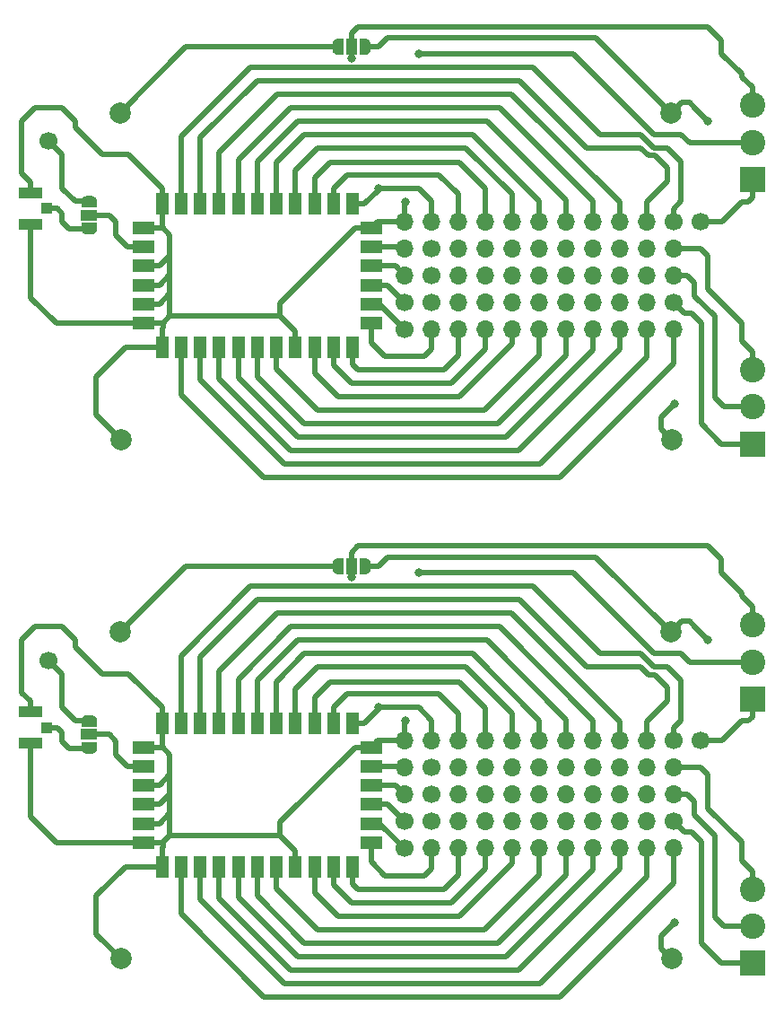
<source format=gbr>
G04 #@! TF.GenerationSoftware,KiCad,Pcbnew,5.1.5-52549c5~86~ubuntu18.04.1*
G04 #@! TF.CreationDate,2020-08-18T00:02:30-05:00*
G04 #@! TF.ProjectId,,58585858-5858-4585-9858-585858585858,rev?*
G04 #@! TF.SameCoordinates,Original*
G04 #@! TF.FileFunction,Copper,L2,Bot*
G04 #@! TF.FilePolarity,Positive*
%FSLAX46Y46*%
G04 Gerber Fmt 4.6, Leading zero omitted, Abs format (unit mm)*
G04 Created by KiCad (PCBNEW 5.1.5-52549c5~86~ubuntu18.04.1) date 2020-08-18 00:02:30*
%MOMM*%
%LPD*%
G04 APERTURE LIST*
%ADD10R,2.400000X2.400000*%
%ADD11C,2.400000*%
%ADD12C,2.000000*%
%ADD13R,2.000000X1.200000*%
%ADD14R,1.200000X2.000000*%
%ADD15C,0.100000*%
%ADD16R,1.500000X1.000000*%
%ADD17C,1.700000*%
%ADD18O,1.700000X1.700000*%
%ADD19R,2.200000X1.050000*%
%ADD20R,1.050000X1.000000*%
%ADD21R,1.000000X1.500000*%
%ADD22C,0.800000*%
%ADD23C,0.500000*%
%ADD24C,0.250000*%
G04 APERTURE END LIST*
D10*
X181975000Y-102170000D03*
D11*
X181975000Y-98670000D03*
X181975000Y-95170000D03*
D12*
X174275000Y-95855000D03*
X122285000Y-95855000D03*
X122365000Y-126685000D03*
X174355000Y-126685000D03*
D13*
X124505000Y-106730000D03*
X124505000Y-108530000D03*
X124505000Y-115730000D03*
X124505000Y-113930000D03*
D14*
X126255000Y-117980000D03*
X128055000Y-117980000D03*
X129855000Y-117980000D03*
X131655000Y-117980000D03*
X133455000Y-117980000D03*
X137055000Y-117980000D03*
X138855000Y-117980000D03*
X140655000Y-117980000D03*
X142455000Y-117980000D03*
X144255000Y-117980000D03*
D13*
X146005000Y-115730000D03*
X146005000Y-113930000D03*
X146005000Y-106730000D03*
X146005000Y-108530000D03*
D14*
X144255000Y-104480000D03*
X142455000Y-104480000D03*
X140655000Y-104480000D03*
X138855000Y-104480000D03*
X137055000Y-104480000D03*
X126255000Y-104480000D03*
X128055000Y-104480000D03*
X129855000Y-104480000D03*
X131655000Y-104480000D03*
X133455000Y-104480000D03*
D13*
X146005000Y-112130000D03*
X146005000Y-110330000D03*
X124505000Y-110330000D03*
X124505000Y-112130000D03*
D14*
X135255000Y-117980000D03*
X135255000Y-104480000D03*
G04 #@! TA.AperFunction,SMDPad,CuDef*
D15*
G36*
X118630000Y-104765000D02*
G01*
X118630000Y-104215000D01*
X118630602Y-104215000D01*
X118630602Y-104190466D01*
X118635412Y-104141635D01*
X118644984Y-104093510D01*
X118659228Y-104046555D01*
X118678005Y-104001222D01*
X118701136Y-103957949D01*
X118728396Y-103917150D01*
X118759524Y-103879221D01*
X118794221Y-103844524D01*
X118832150Y-103813396D01*
X118872949Y-103786136D01*
X118916222Y-103763005D01*
X118961555Y-103744228D01*
X119008510Y-103729984D01*
X119056635Y-103720412D01*
X119105466Y-103715602D01*
X119130000Y-103715602D01*
X119130000Y-103715000D01*
X119630000Y-103715000D01*
X119630000Y-103715602D01*
X119654534Y-103715602D01*
X119703365Y-103720412D01*
X119751490Y-103729984D01*
X119798445Y-103744228D01*
X119843778Y-103763005D01*
X119887051Y-103786136D01*
X119927850Y-103813396D01*
X119965779Y-103844524D01*
X120000476Y-103879221D01*
X120031604Y-103917150D01*
X120058864Y-103957949D01*
X120081995Y-104001222D01*
X120100772Y-104046555D01*
X120115016Y-104093510D01*
X120124588Y-104141635D01*
X120129398Y-104190466D01*
X120129398Y-104215000D01*
X120130000Y-104215000D01*
X120130000Y-104765000D01*
X118630000Y-104765000D01*
G37*
G04 #@! TD.AperFunction*
G04 #@! TA.AperFunction,SMDPad,CuDef*
G36*
X120129398Y-106815000D02*
G01*
X120129398Y-106839534D01*
X120124588Y-106888365D01*
X120115016Y-106936490D01*
X120100772Y-106983445D01*
X120081995Y-107028778D01*
X120058864Y-107072051D01*
X120031604Y-107112850D01*
X120000476Y-107150779D01*
X119965779Y-107185476D01*
X119927850Y-107216604D01*
X119887051Y-107243864D01*
X119843778Y-107266995D01*
X119798445Y-107285772D01*
X119751490Y-107300016D01*
X119703365Y-107309588D01*
X119654534Y-107314398D01*
X119630000Y-107314398D01*
X119630000Y-107315000D01*
X119130000Y-107315000D01*
X119130000Y-107314398D01*
X119105466Y-107314398D01*
X119056635Y-107309588D01*
X119008510Y-107300016D01*
X118961555Y-107285772D01*
X118916222Y-107266995D01*
X118872949Y-107243864D01*
X118832150Y-107216604D01*
X118794221Y-107185476D01*
X118759524Y-107150779D01*
X118728396Y-107112850D01*
X118701136Y-107072051D01*
X118678005Y-107028778D01*
X118659228Y-106983445D01*
X118644984Y-106936490D01*
X118635412Y-106888365D01*
X118630602Y-106839534D01*
X118630602Y-106815000D01*
X118630000Y-106815000D01*
X118630000Y-106265000D01*
X120130000Y-106265000D01*
X120130000Y-106815000D01*
X120129398Y-106815000D01*
G37*
G04 #@! TD.AperFunction*
D16*
X119380000Y-105515000D03*
D10*
X181975000Y-127105000D03*
D11*
X181975000Y-123605000D03*
X181975000Y-120105000D03*
D17*
X149160000Y-116275000D03*
D18*
X151700000Y-116275000D03*
X154240000Y-116275000D03*
X156780000Y-116275000D03*
X159320000Y-116275000D03*
X161860000Y-116275000D03*
X164400000Y-116275000D03*
X166940000Y-116275000D03*
X169480000Y-116275000D03*
X172020000Y-116275000D03*
X174560000Y-116275000D03*
D17*
X174560000Y-106115000D03*
D18*
X172020000Y-106115000D03*
X169480000Y-106115000D03*
X166940000Y-106115000D03*
X164400000Y-106115000D03*
X161860000Y-106115000D03*
X159320000Y-106115000D03*
X156780000Y-106115000D03*
X154240000Y-106115000D03*
X151700000Y-106115000D03*
X149160000Y-106115000D03*
D17*
X174560000Y-113735000D03*
D18*
X174560000Y-111195000D03*
X174560000Y-108655000D03*
D19*
X113825000Y-106355000D03*
D20*
X115350000Y-104880000D03*
D19*
X113825000Y-103405000D03*
G04 #@! TA.AperFunction,SMDPad,CuDef*
D15*
G36*
X143395000Y-90390000D02*
G01*
X142845000Y-90390000D01*
X142845000Y-90389398D01*
X142820466Y-90389398D01*
X142771635Y-90384588D01*
X142723510Y-90375016D01*
X142676555Y-90360772D01*
X142631222Y-90341995D01*
X142587949Y-90318864D01*
X142547150Y-90291604D01*
X142509221Y-90260476D01*
X142474524Y-90225779D01*
X142443396Y-90187850D01*
X142416136Y-90147051D01*
X142393005Y-90103778D01*
X142374228Y-90058445D01*
X142359984Y-90011490D01*
X142350412Y-89963365D01*
X142345602Y-89914534D01*
X142345602Y-89890000D01*
X142345000Y-89890000D01*
X142345000Y-89390000D01*
X142345602Y-89390000D01*
X142345602Y-89365466D01*
X142350412Y-89316635D01*
X142359984Y-89268510D01*
X142374228Y-89221555D01*
X142393005Y-89176222D01*
X142416136Y-89132949D01*
X142443396Y-89092150D01*
X142474524Y-89054221D01*
X142509221Y-89019524D01*
X142547150Y-88988396D01*
X142587949Y-88961136D01*
X142631222Y-88938005D01*
X142676555Y-88919228D01*
X142723510Y-88904984D01*
X142771635Y-88895412D01*
X142820466Y-88890602D01*
X142845000Y-88890602D01*
X142845000Y-88890000D01*
X143395000Y-88890000D01*
X143395000Y-90390000D01*
G37*
G04 #@! TD.AperFunction*
G04 #@! TA.AperFunction,SMDPad,CuDef*
G36*
X145445000Y-88890602D02*
G01*
X145469534Y-88890602D01*
X145518365Y-88895412D01*
X145566490Y-88904984D01*
X145613445Y-88919228D01*
X145658778Y-88938005D01*
X145702051Y-88961136D01*
X145742850Y-88988396D01*
X145780779Y-89019524D01*
X145815476Y-89054221D01*
X145846604Y-89092150D01*
X145873864Y-89132949D01*
X145896995Y-89176222D01*
X145915772Y-89221555D01*
X145930016Y-89268510D01*
X145939588Y-89316635D01*
X145944398Y-89365466D01*
X145944398Y-89390000D01*
X145945000Y-89390000D01*
X145945000Y-89890000D01*
X145944398Y-89890000D01*
X145944398Y-89914534D01*
X145939588Y-89963365D01*
X145930016Y-90011490D01*
X145915772Y-90058445D01*
X145896995Y-90103778D01*
X145873864Y-90147051D01*
X145846604Y-90187850D01*
X145815476Y-90225779D01*
X145780779Y-90260476D01*
X145742850Y-90291604D01*
X145702051Y-90318864D01*
X145658778Y-90341995D01*
X145613445Y-90360772D01*
X145566490Y-90375016D01*
X145518365Y-90384588D01*
X145469534Y-90389398D01*
X145445000Y-90389398D01*
X145445000Y-90390000D01*
X144895000Y-90390000D01*
X144895000Y-88890000D01*
X145445000Y-88890000D01*
X145445000Y-88890602D01*
G37*
G04 #@! TD.AperFunction*
D21*
X144145000Y-89640000D03*
D17*
X149160000Y-113735000D03*
D18*
X149160000Y-111195000D03*
X149160000Y-108655000D03*
D17*
X151700000Y-108655000D03*
D18*
X154240000Y-108655000D03*
X156780000Y-108655000D03*
X159320000Y-108655000D03*
X161860000Y-108655000D03*
X164400000Y-108655000D03*
X166940000Y-108655000D03*
X169480000Y-108655000D03*
X172020000Y-108655000D03*
D17*
X151700000Y-111195000D03*
D18*
X154240000Y-111195000D03*
X156780000Y-111195000D03*
X159320000Y-111195000D03*
X161860000Y-111195000D03*
X164400000Y-111195000D03*
X166940000Y-111195000D03*
X169480000Y-111195000D03*
X172020000Y-111195000D03*
D17*
X177100000Y-106115000D03*
X151700000Y-113735000D03*
D18*
X154240000Y-113735000D03*
X156780000Y-113735000D03*
X159320000Y-113735000D03*
X161860000Y-113735000D03*
X164400000Y-113735000D03*
X166940000Y-113735000D03*
X169480000Y-113735000D03*
X172020000Y-113735000D03*
D17*
X115570000Y-98530000D03*
D18*
X172020000Y-59655000D03*
X169480000Y-59655000D03*
X166940000Y-59655000D03*
X164400000Y-59655000D03*
X161860000Y-59655000D03*
X159320000Y-59655000D03*
X156780000Y-59655000D03*
X154240000Y-59655000D03*
D17*
X151700000Y-59655000D03*
D18*
X172020000Y-62195000D03*
X169480000Y-62195000D03*
X166940000Y-62195000D03*
X164400000Y-62195000D03*
X161860000Y-62195000D03*
X159320000Y-62195000D03*
X156780000Y-62195000D03*
X154240000Y-62195000D03*
D17*
X151700000Y-62195000D03*
D18*
X172020000Y-64735000D03*
X169480000Y-64735000D03*
X166940000Y-64735000D03*
X164400000Y-64735000D03*
X161860000Y-64735000D03*
X159320000Y-64735000D03*
X156780000Y-64735000D03*
X154240000Y-64735000D03*
D17*
X151700000Y-64735000D03*
X115570000Y-49530000D03*
X177100000Y-57115000D03*
D11*
X181975000Y-46170000D03*
X181975000Y-49670000D03*
D10*
X181975000Y-53170000D03*
D18*
X149160000Y-57115000D03*
X151700000Y-57115000D03*
X154240000Y-57115000D03*
X156780000Y-57115000D03*
X159320000Y-57115000D03*
X161860000Y-57115000D03*
X164400000Y-57115000D03*
X166940000Y-57115000D03*
X169480000Y-57115000D03*
X172020000Y-57115000D03*
D17*
X174560000Y-57115000D03*
D18*
X174560000Y-67275000D03*
X172020000Y-67275000D03*
X169480000Y-67275000D03*
X166940000Y-67275000D03*
X164400000Y-67275000D03*
X161860000Y-67275000D03*
X159320000Y-67275000D03*
X156780000Y-67275000D03*
X154240000Y-67275000D03*
X151700000Y-67275000D03*
D17*
X149160000Y-67275000D03*
D18*
X149160000Y-59655000D03*
X149160000Y-62195000D03*
D17*
X149160000Y-64735000D03*
D18*
X174560000Y-59655000D03*
X174560000Y-62195000D03*
D17*
X174560000Y-64735000D03*
D12*
X122285000Y-46855000D03*
X174275000Y-46855000D03*
D16*
X119380000Y-56515000D03*
G04 #@! TA.AperFunction,SMDPad,CuDef*
D15*
G36*
X120129398Y-57815000D02*
G01*
X120129398Y-57839534D01*
X120124588Y-57888365D01*
X120115016Y-57936490D01*
X120100772Y-57983445D01*
X120081995Y-58028778D01*
X120058864Y-58072051D01*
X120031604Y-58112850D01*
X120000476Y-58150779D01*
X119965779Y-58185476D01*
X119927850Y-58216604D01*
X119887051Y-58243864D01*
X119843778Y-58266995D01*
X119798445Y-58285772D01*
X119751490Y-58300016D01*
X119703365Y-58309588D01*
X119654534Y-58314398D01*
X119630000Y-58314398D01*
X119630000Y-58315000D01*
X119130000Y-58315000D01*
X119130000Y-58314398D01*
X119105466Y-58314398D01*
X119056635Y-58309588D01*
X119008510Y-58300016D01*
X118961555Y-58285772D01*
X118916222Y-58266995D01*
X118872949Y-58243864D01*
X118832150Y-58216604D01*
X118794221Y-58185476D01*
X118759524Y-58150779D01*
X118728396Y-58112850D01*
X118701136Y-58072051D01*
X118678005Y-58028778D01*
X118659228Y-57983445D01*
X118644984Y-57936490D01*
X118635412Y-57888365D01*
X118630602Y-57839534D01*
X118630602Y-57815000D01*
X118630000Y-57815000D01*
X118630000Y-57265000D01*
X120130000Y-57265000D01*
X120130000Y-57815000D01*
X120129398Y-57815000D01*
G37*
G04 #@! TD.AperFunction*
G04 #@! TA.AperFunction,SMDPad,CuDef*
G36*
X118630000Y-55765000D02*
G01*
X118630000Y-55215000D01*
X118630602Y-55215000D01*
X118630602Y-55190466D01*
X118635412Y-55141635D01*
X118644984Y-55093510D01*
X118659228Y-55046555D01*
X118678005Y-55001222D01*
X118701136Y-54957949D01*
X118728396Y-54917150D01*
X118759524Y-54879221D01*
X118794221Y-54844524D01*
X118832150Y-54813396D01*
X118872949Y-54786136D01*
X118916222Y-54763005D01*
X118961555Y-54744228D01*
X119008510Y-54729984D01*
X119056635Y-54720412D01*
X119105466Y-54715602D01*
X119130000Y-54715602D01*
X119130000Y-54715000D01*
X119630000Y-54715000D01*
X119630000Y-54715602D01*
X119654534Y-54715602D01*
X119703365Y-54720412D01*
X119751490Y-54729984D01*
X119798445Y-54744228D01*
X119843778Y-54763005D01*
X119887051Y-54786136D01*
X119927850Y-54813396D01*
X119965779Y-54844524D01*
X120000476Y-54879221D01*
X120031604Y-54917150D01*
X120058864Y-54957949D01*
X120081995Y-55001222D01*
X120100772Y-55046555D01*
X120115016Y-55093510D01*
X120124588Y-55141635D01*
X120129398Y-55190466D01*
X120129398Y-55215000D01*
X120130000Y-55215000D01*
X120130000Y-55765000D01*
X118630000Y-55765000D01*
G37*
G04 #@! TD.AperFunction*
D19*
X113825000Y-54405000D03*
D20*
X115350000Y-55880000D03*
D19*
X113825000Y-57355000D03*
D14*
X135255000Y-55480000D03*
X135255000Y-68980000D03*
D13*
X124505000Y-63130000D03*
X124505000Y-61330000D03*
X146005000Y-61330000D03*
X146005000Y-63130000D03*
D14*
X133455000Y-55480000D03*
X131655000Y-55480000D03*
X129855000Y-55480000D03*
X128055000Y-55480000D03*
X126255000Y-55480000D03*
X137055000Y-55480000D03*
X138855000Y-55480000D03*
X140655000Y-55480000D03*
X142455000Y-55480000D03*
X144255000Y-55480000D03*
D13*
X146005000Y-59530000D03*
X146005000Y-57730000D03*
X146005000Y-64930000D03*
X146005000Y-66730000D03*
D14*
X144255000Y-68980000D03*
X142455000Y-68980000D03*
X140655000Y-68980000D03*
X138855000Y-68980000D03*
X137055000Y-68980000D03*
X133455000Y-68980000D03*
X131655000Y-68980000D03*
X129855000Y-68980000D03*
X128055000Y-68980000D03*
X126255000Y-68980000D03*
D13*
X124505000Y-64930000D03*
X124505000Y-66730000D03*
X124505000Y-59530000D03*
X124505000Y-57730000D03*
D11*
X181975000Y-71105000D03*
X181975000Y-74605000D03*
D10*
X181975000Y-78105000D03*
D21*
X144145000Y-40640000D03*
G04 #@! TA.AperFunction,SMDPad,CuDef*
D15*
G36*
X145445000Y-39890602D02*
G01*
X145469534Y-39890602D01*
X145518365Y-39895412D01*
X145566490Y-39904984D01*
X145613445Y-39919228D01*
X145658778Y-39938005D01*
X145702051Y-39961136D01*
X145742850Y-39988396D01*
X145780779Y-40019524D01*
X145815476Y-40054221D01*
X145846604Y-40092150D01*
X145873864Y-40132949D01*
X145896995Y-40176222D01*
X145915772Y-40221555D01*
X145930016Y-40268510D01*
X145939588Y-40316635D01*
X145944398Y-40365466D01*
X145944398Y-40390000D01*
X145945000Y-40390000D01*
X145945000Y-40890000D01*
X145944398Y-40890000D01*
X145944398Y-40914534D01*
X145939588Y-40963365D01*
X145930016Y-41011490D01*
X145915772Y-41058445D01*
X145896995Y-41103778D01*
X145873864Y-41147051D01*
X145846604Y-41187850D01*
X145815476Y-41225779D01*
X145780779Y-41260476D01*
X145742850Y-41291604D01*
X145702051Y-41318864D01*
X145658778Y-41341995D01*
X145613445Y-41360772D01*
X145566490Y-41375016D01*
X145518365Y-41384588D01*
X145469534Y-41389398D01*
X145445000Y-41389398D01*
X145445000Y-41390000D01*
X144895000Y-41390000D01*
X144895000Y-39890000D01*
X145445000Y-39890000D01*
X145445000Y-39890602D01*
G37*
G04 #@! TD.AperFunction*
G04 #@! TA.AperFunction,SMDPad,CuDef*
G36*
X143395000Y-41390000D02*
G01*
X142845000Y-41390000D01*
X142845000Y-41389398D01*
X142820466Y-41389398D01*
X142771635Y-41384588D01*
X142723510Y-41375016D01*
X142676555Y-41360772D01*
X142631222Y-41341995D01*
X142587949Y-41318864D01*
X142547150Y-41291604D01*
X142509221Y-41260476D01*
X142474524Y-41225779D01*
X142443396Y-41187850D01*
X142416136Y-41147051D01*
X142393005Y-41103778D01*
X142374228Y-41058445D01*
X142359984Y-41011490D01*
X142350412Y-40963365D01*
X142345602Y-40914534D01*
X142345602Y-40890000D01*
X142345000Y-40890000D01*
X142345000Y-40390000D01*
X142345602Y-40390000D01*
X142345602Y-40365466D01*
X142350412Y-40316635D01*
X142359984Y-40268510D01*
X142374228Y-40221555D01*
X142393005Y-40176222D01*
X142416136Y-40132949D01*
X142443396Y-40092150D01*
X142474524Y-40054221D01*
X142509221Y-40019524D01*
X142547150Y-39988396D01*
X142587949Y-39961136D01*
X142631222Y-39938005D01*
X142676555Y-39919228D01*
X142723510Y-39904984D01*
X142771635Y-39895412D01*
X142820466Y-39890602D01*
X142845000Y-39890602D01*
X142845000Y-39890000D01*
X143395000Y-39890000D01*
X143395000Y-41390000D01*
G37*
G04 #@! TD.AperFunction*
D12*
X174355000Y-77685000D03*
X122365000Y-77685000D03*
D22*
X174625000Y-74295000D03*
X177800000Y-47625000D03*
X177800000Y-96625000D03*
X174625000Y-123295000D03*
X150495000Y-41275000D03*
X149224998Y-55244998D03*
X150495000Y-90275000D03*
X149224998Y-104244998D03*
X144145000Y-41694990D03*
X146685000Y-53975000D03*
X144145000Y-90694990D03*
X146685000Y-102975000D03*
D23*
X128500000Y-40640000D02*
X122285000Y-46855000D01*
X128500000Y-40640000D02*
X142845000Y-40640000D01*
X128500000Y-89640000D02*
X142845000Y-89640000D01*
X128500000Y-89640000D02*
X122285000Y-95855000D01*
X173355000Y-75565000D02*
X174625000Y-74295000D01*
X176530000Y-46355000D02*
X177800000Y-47625000D01*
X176030001Y-45855001D02*
X176530000Y-46355000D01*
X174275000Y-46855000D02*
X175274999Y-45855001D01*
X175274999Y-45855001D02*
X176030001Y-45855001D01*
X146729830Y-40640000D02*
X145445000Y-40640000D01*
X147579832Y-39789998D02*
X146729830Y-40640000D01*
X174275000Y-46855000D02*
X167209998Y-39789998D01*
X167209998Y-39789998D02*
X147579832Y-39789998D01*
X173355000Y-76685000D02*
X173355000Y-75565000D01*
X174355000Y-77685000D02*
X173355000Y-76685000D01*
X176030001Y-94855001D02*
X176530000Y-95355000D01*
X175274999Y-94855001D02*
X176030001Y-94855001D01*
X176530000Y-95355000D02*
X177800000Y-96625000D01*
X147579832Y-88789998D02*
X146729830Y-89640000D01*
X174275000Y-95855000D02*
X175274999Y-94855001D01*
X173355000Y-125685000D02*
X173355000Y-124565000D01*
X167209998Y-88789998D02*
X147579832Y-88789998D01*
X174355000Y-126685000D02*
X173355000Y-125685000D01*
X174275000Y-95855000D02*
X167209998Y-88789998D01*
X173355000Y-124565000D02*
X174625000Y-123295000D01*
X146729830Y-89640000D02*
X145445000Y-89640000D01*
D24*
X124670000Y-66895000D02*
X124505000Y-66730000D01*
D23*
X124505000Y-66730000D02*
X116260000Y-66730000D01*
X113825000Y-58380000D02*
X113825000Y-57355000D01*
X113825000Y-64295000D02*
X113825000Y-58380000D01*
X116260000Y-66730000D02*
X113825000Y-64295000D01*
X124505000Y-57730000D02*
X125150000Y-57730000D01*
X126005000Y-61330000D02*
X127000000Y-60335000D01*
X124505000Y-61330000D02*
X126005000Y-61330000D01*
X126005000Y-63130000D02*
X127000000Y-62135000D01*
X124505000Y-63130000D02*
X126005000Y-63130000D01*
X127000000Y-62135000D02*
X127000000Y-60325000D01*
X127000000Y-60335000D02*
X127000000Y-60325000D01*
X127000000Y-63935000D02*
X127000000Y-62135000D01*
X126005000Y-64930000D02*
X127000000Y-63935000D01*
X124505000Y-64930000D02*
X126005000Y-64930000D01*
X124505000Y-66730000D02*
X126005000Y-66730000D01*
X126255000Y-67200000D02*
X126255000Y-68980000D01*
X126365000Y-67090000D02*
X126255000Y-67200000D01*
X126255000Y-57675000D02*
X126255000Y-55480000D01*
X127000000Y-60325000D02*
X127000000Y-58420000D01*
X127000000Y-58420000D02*
X126255000Y-57675000D01*
X126200000Y-57730000D02*
X124505000Y-57730000D01*
X126255000Y-57675000D02*
X126200000Y-57730000D01*
X127000000Y-66040000D02*
X126365000Y-66675000D01*
X127000000Y-63935000D02*
X127000000Y-66040000D01*
X126005000Y-66730000D02*
X126365000Y-66675000D01*
X126365000Y-66675000D02*
X126365000Y-67090000D01*
X138855000Y-67480000D02*
X137415000Y-66040000D01*
X138855000Y-68980000D02*
X138855000Y-67480000D01*
X137415000Y-66040000D02*
X127000000Y-66040000D01*
X137415000Y-64820000D02*
X137415000Y-66040000D01*
X144505000Y-57730000D02*
X137415000Y-64820000D01*
X146005000Y-57730000D02*
X144505000Y-57730000D01*
X126255000Y-53980000D02*
X123075000Y-50800000D01*
X126255000Y-55480000D02*
X126255000Y-53980000D01*
X123075000Y-50800000D02*
X120650000Y-50800000D01*
X120650000Y-50800000D02*
X118110000Y-48260000D01*
X118110000Y-48260000D02*
X118110000Y-47625000D01*
X118110000Y-47625000D02*
X116840000Y-46355000D01*
X116840000Y-46355000D02*
X114300000Y-46355000D01*
X114300000Y-46355000D02*
X113030000Y-47625000D01*
X113825000Y-53380000D02*
X113825000Y-54405000D01*
X113030000Y-52585000D02*
X113825000Y-53380000D01*
X113030000Y-47625000D02*
X113030000Y-52585000D01*
X146620000Y-57115000D02*
X146005000Y-57730000D01*
X149160000Y-57115000D02*
X146620000Y-57115000D01*
X149160000Y-57115000D02*
X149160000Y-55309996D01*
X149160000Y-55309996D02*
X149224998Y-55244998D01*
X172720000Y-48895000D02*
X165100000Y-41275000D01*
X175260000Y-48895000D02*
X172720000Y-48895000D01*
X165100000Y-41275000D02*
X150495000Y-41275000D01*
X176035000Y-49670000D02*
X175260000Y-48895000D01*
X181975000Y-49670000D02*
X176035000Y-49670000D01*
X122365000Y-77685000D02*
X120015000Y-75335000D01*
X122790000Y-68980000D02*
X126255000Y-68980000D01*
X120015000Y-71755000D02*
X122790000Y-68980000D01*
X120015000Y-75335000D02*
X120015000Y-71755000D01*
X127000000Y-109325000D02*
X127000000Y-107420000D01*
D24*
X124670000Y-115895000D02*
X124505000Y-115730000D01*
D23*
X124505000Y-106730000D02*
X125150000Y-106730000D01*
X144505000Y-106730000D02*
X137415000Y-113820000D01*
X146005000Y-106730000D02*
X144505000Y-106730000D01*
X126005000Y-110330000D02*
X127000000Y-109335000D01*
X118110000Y-96625000D02*
X116840000Y-95355000D01*
X116840000Y-95355000D02*
X114300000Y-95355000D01*
X127000000Y-112935000D02*
X127000000Y-115040000D01*
X126005000Y-115730000D02*
X126365000Y-115675000D01*
X126365000Y-116090000D02*
X126255000Y-116200000D01*
X124505000Y-110330000D02*
X126005000Y-110330000D01*
X126200000Y-106730000D02*
X124505000Y-106730000D01*
X126255000Y-106675000D02*
X126200000Y-106730000D01*
X127000000Y-115040000D02*
X126365000Y-115675000D01*
X149160000Y-106115000D02*
X146620000Y-106115000D01*
X149160000Y-106115000D02*
X149160000Y-104309996D01*
X126365000Y-115675000D02*
X126365000Y-116090000D01*
X138855000Y-116480000D02*
X137415000Y-115040000D01*
X126255000Y-102980000D02*
X123075000Y-99800000D01*
X126255000Y-104480000D02*
X126255000Y-102980000D01*
X123075000Y-99800000D02*
X120650000Y-99800000D01*
X124505000Y-113930000D02*
X126005000Y-113930000D01*
X113030000Y-101585000D02*
X113825000Y-102380000D01*
X113030000Y-96625000D02*
X113030000Y-101585000D01*
X146620000Y-106115000D02*
X146005000Y-106730000D01*
X126005000Y-113930000D02*
X127000000Y-112935000D01*
X114300000Y-95355000D02*
X113030000Y-96625000D01*
X113825000Y-102380000D02*
X113825000Y-103405000D01*
X122365000Y-126685000D02*
X120015000Y-124335000D01*
X122790000Y-117980000D02*
X126255000Y-117980000D01*
X126005000Y-112130000D02*
X127000000Y-111135000D01*
X126255000Y-116200000D02*
X126255000Y-117980000D01*
X138855000Y-117980000D02*
X138855000Y-116480000D01*
X137415000Y-115040000D02*
X127000000Y-115040000D01*
X137415000Y-113820000D02*
X137415000Y-115040000D01*
X120650000Y-99800000D02*
X118110000Y-97260000D01*
X118110000Y-97260000D02*
X118110000Y-96625000D01*
X124505000Y-115730000D02*
X126005000Y-115730000D01*
X127000000Y-111135000D02*
X127000000Y-109325000D01*
X172720000Y-97895000D02*
X165100000Y-90275000D01*
X175260000Y-97895000D02*
X172720000Y-97895000D01*
X127000000Y-107420000D02*
X126255000Y-106675000D01*
X124505000Y-112130000D02*
X126005000Y-112130000D01*
X127000000Y-112935000D02*
X127000000Y-111135000D01*
X124505000Y-115730000D02*
X116260000Y-115730000D01*
X149160000Y-104309996D02*
X149224998Y-104244998D01*
X165100000Y-90275000D02*
X150495000Y-90275000D01*
X176035000Y-98670000D02*
X175260000Y-97895000D01*
X181975000Y-98670000D02*
X176035000Y-98670000D01*
X116260000Y-115730000D02*
X113825000Y-113295000D01*
X113825000Y-107380000D02*
X113825000Y-106355000D01*
X120015000Y-120755000D02*
X122790000Y-117980000D01*
X120015000Y-124335000D02*
X120015000Y-120755000D01*
X113825000Y-113295000D02*
X113825000Y-107380000D01*
X127000000Y-109335000D02*
X127000000Y-109325000D01*
X126255000Y-106675000D02*
X126255000Y-104480000D01*
X180975000Y-66675000D02*
X177800000Y-63500000D01*
X177800000Y-63500000D02*
X177800000Y-60325000D01*
X177130000Y-59655000D02*
X174560000Y-59655000D01*
X177800000Y-60325000D02*
X177130000Y-59655000D01*
X180975000Y-68407944D02*
X180975000Y-66675000D01*
X181975000Y-71105000D02*
X181975000Y-69407944D01*
X181975000Y-69407944D02*
X180975000Y-68407944D01*
X181975000Y-118407944D02*
X180975000Y-117407944D01*
X177800000Y-112500000D02*
X177800000Y-109325000D01*
X177130000Y-108655000D02*
X174560000Y-108655000D01*
X177800000Y-109325000D02*
X177130000Y-108655000D01*
X180975000Y-117407944D02*
X180975000Y-115675000D01*
X181975000Y-120105000D02*
X181975000Y-118407944D01*
X180975000Y-115675000D02*
X177800000Y-112500000D01*
X174560000Y-62195000D02*
X175225000Y-62195000D01*
X176530000Y-62865000D02*
X176530000Y-64135000D01*
X176530000Y-64135000D02*
X178435000Y-66040000D01*
X178435000Y-73762056D02*
X178435000Y-66040000D01*
X175860000Y-62195000D02*
X174560000Y-62195000D01*
X176530000Y-62865000D02*
X175860000Y-62195000D01*
X179277944Y-74605000D02*
X178435000Y-73762056D01*
X181975000Y-74605000D02*
X179277944Y-74605000D01*
X174560000Y-111195000D02*
X175225000Y-111195000D01*
X176530000Y-111865000D02*
X176530000Y-113135000D01*
X176530000Y-113135000D02*
X178435000Y-115040000D01*
X178435000Y-122762056D02*
X178435000Y-115040000D01*
X175860000Y-111195000D02*
X174560000Y-111195000D01*
X176530000Y-111865000D02*
X175860000Y-111195000D01*
X179277944Y-123605000D02*
X178435000Y-122762056D01*
X181975000Y-123605000D02*
X179277944Y-123605000D01*
X175559489Y-65734489D02*
X174560000Y-64735000D01*
X176224489Y-65734489D02*
X175559489Y-65734489D01*
X177165000Y-66675000D02*
X176224489Y-65734489D01*
X177165000Y-76200000D02*
X177165000Y-66675000D01*
X181975000Y-78105000D02*
X179070000Y-78105000D01*
X179070000Y-78105000D02*
X177165000Y-76200000D01*
X175559489Y-114734489D02*
X174560000Y-113735000D01*
X176224489Y-114734489D02*
X175559489Y-114734489D01*
X177165000Y-115675000D02*
X176224489Y-114734489D01*
X177165000Y-125200000D02*
X177165000Y-115675000D01*
X181975000Y-127105000D02*
X179070000Y-127105000D01*
X179070000Y-127105000D02*
X177165000Y-125200000D01*
X119380000Y-55215000D02*
X118080000Y-55215000D01*
X118080000Y-55215000D02*
X116840000Y-53975000D01*
X116840000Y-53975000D02*
X116840000Y-50800000D01*
X116840000Y-50800000D02*
X115570000Y-49530000D01*
X116840000Y-102975000D02*
X116840000Y-99800000D01*
X116840000Y-99800000D02*
X115570000Y-98530000D01*
X119380000Y-104215000D02*
X118080000Y-104215000D01*
X118080000Y-104215000D02*
X116840000Y-102975000D01*
X119380000Y-57815000D02*
X117505000Y-57815000D01*
X117505000Y-57815000D02*
X116840000Y-57150000D01*
X116375000Y-55880000D02*
X115350000Y-55880000D01*
X116840000Y-56345000D02*
X116375000Y-55880000D01*
X116840000Y-57150000D02*
X116840000Y-56345000D01*
X116840000Y-106150000D02*
X116840000Y-105345000D01*
X119380000Y-106815000D02*
X117505000Y-106815000D01*
X117505000Y-106815000D02*
X116840000Y-106150000D01*
X116375000Y-104880000D02*
X115350000Y-104880000D01*
X116840000Y-105345000D02*
X116375000Y-104880000D01*
D24*
X124505000Y-59530000D02*
X125255000Y-59530000D01*
D23*
X123005000Y-59530000D02*
X121920000Y-58445000D01*
X124505000Y-59530000D02*
X123005000Y-59530000D01*
X121920000Y-58445000D02*
X121920000Y-57150000D01*
X121285000Y-56515000D02*
X119380000Y-56515000D01*
X121920000Y-57150000D02*
X121285000Y-56515000D01*
D24*
X124505000Y-108530000D02*
X125255000Y-108530000D01*
D23*
X123005000Y-108530000D02*
X121920000Y-107445000D01*
X124505000Y-108530000D02*
X123005000Y-108530000D01*
X121920000Y-107445000D02*
X121920000Y-106150000D01*
X121285000Y-105515000D02*
X119380000Y-105515000D01*
X121920000Y-106150000D02*
X121285000Y-105515000D01*
X149035000Y-59530000D02*
X149160000Y-59655000D01*
X146005000Y-59530000D02*
X149035000Y-59530000D01*
X149035000Y-108530000D02*
X149160000Y-108655000D01*
X146005000Y-108530000D02*
X149035000Y-108530000D01*
X148295000Y-61330000D02*
X149160000Y-62195000D01*
X146005000Y-61330000D02*
X148295000Y-61330000D01*
X148295000Y-110330000D02*
X149160000Y-111195000D01*
X146005000Y-110330000D02*
X148295000Y-110330000D01*
X147555000Y-63130000D02*
X149160000Y-64735000D01*
X146005000Y-63130000D02*
X147555000Y-63130000D01*
X147555000Y-112130000D02*
X149160000Y-113735000D01*
X146005000Y-112130000D02*
X147555000Y-112130000D01*
X174560000Y-70550000D02*
X163830000Y-81280000D01*
X163830000Y-81280000D02*
X135890000Y-81280000D01*
X128055000Y-73445000D02*
X128055000Y-68980000D01*
X135890000Y-81280000D02*
X128055000Y-73445000D01*
X174560000Y-70550000D02*
X174560000Y-67275000D01*
X174560000Y-119550000D02*
X163830000Y-130280000D01*
X163830000Y-130280000D02*
X135890000Y-130280000D01*
X128055000Y-122445000D02*
X128055000Y-117980000D01*
X135890000Y-130280000D02*
X128055000Y-122445000D01*
X174560000Y-119550000D02*
X174560000Y-116275000D01*
X129855000Y-72070000D02*
X129855000Y-68980000D01*
X161925000Y-80010000D02*
X137795000Y-80010000D01*
X137795000Y-80010000D02*
X129855000Y-72070000D01*
X172020000Y-69915000D02*
X161925000Y-80010000D01*
X172020000Y-69915000D02*
X172020000Y-67275000D01*
X129855000Y-121070000D02*
X129855000Y-117980000D01*
X161925000Y-129010000D02*
X137795000Y-129010000D01*
X137795000Y-129010000D02*
X129855000Y-121070000D01*
X172020000Y-118915000D02*
X161925000Y-129010000D01*
X172020000Y-118915000D02*
X172020000Y-116275000D01*
X169480000Y-69150000D02*
X159890000Y-78740000D01*
X159890000Y-78740000D02*
X138430000Y-78740000D01*
X131655000Y-71965000D02*
X131655000Y-68980000D01*
X138430000Y-78740000D02*
X131655000Y-71965000D01*
X169480000Y-69150000D02*
X169480000Y-67275000D01*
X169480000Y-118150000D02*
X159890000Y-127740000D01*
X159890000Y-127740000D02*
X138430000Y-127740000D01*
X131655000Y-120965000D02*
X131655000Y-117980000D01*
X138430000Y-127740000D02*
X131655000Y-120965000D01*
X169480000Y-118150000D02*
X169480000Y-116275000D01*
X166940000Y-69280000D02*
X158750000Y-77470000D01*
X158750000Y-77470000D02*
X139065000Y-77470000D01*
X133455000Y-71860000D02*
X133455000Y-68980000D01*
X139065000Y-77470000D02*
X133455000Y-71860000D01*
X166940000Y-69280000D02*
X166940000Y-67275000D01*
X158750000Y-126470000D02*
X139065000Y-126470000D01*
X133455000Y-120860000D02*
X133455000Y-117980000D01*
X139065000Y-126470000D02*
X133455000Y-120860000D01*
X166940000Y-118280000D02*
X166940000Y-116275000D01*
X166940000Y-118280000D02*
X158750000Y-126470000D01*
X164400000Y-69785000D02*
X157985000Y-76200000D01*
X157985000Y-76200000D02*
X139700000Y-76200000D01*
X135255000Y-71755000D02*
X135255000Y-68980000D01*
X139700000Y-76200000D02*
X135255000Y-71755000D01*
X164400000Y-69785000D02*
X164400000Y-67275000D01*
X139700000Y-125200000D02*
X135255000Y-120755000D01*
X164400000Y-118785000D02*
X157985000Y-125200000D01*
X157985000Y-125200000D02*
X139700000Y-125200000D01*
X135255000Y-120755000D02*
X135255000Y-117980000D01*
X164400000Y-118785000D02*
X164400000Y-116275000D01*
X161860000Y-69785000D02*
X156715000Y-74930000D01*
X156715000Y-74930000D02*
X140970000Y-74930000D01*
X137055000Y-71015000D02*
X137055000Y-68980000D01*
X140970000Y-74930000D02*
X137055000Y-71015000D01*
X161860000Y-69785000D02*
X161860000Y-67275000D01*
X161860000Y-118785000D02*
X156715000Y-123930000D01*
X156715000Y-123930000D02*
X140970000Y-123930000D01*
X137055000Y-120015000D02*
X137055000Y-117980000D01*
X140970000Y-123930000D02*
X137055000Y-120015000D01*
X161860000Y-118785000D02*
X161860000Y-116275000D01*
X142875000Y-73660000D02*
X140655000Y-71440000D01*
X140655000Y-71440000D02*
X140655000Y-68980000D01*
X154348492Y-73660000D02*
X142875000Y-73660000D01*
X159320000Y-68688492D02*
X154348492Y-73660000D01*
X159320000Y-68688492D02*
X159320000Y-67275000D01*
X159320000Y-117688492D02*
X159320000Y-116275000D01*
X142875000Y-122660000D02*
X140655000Y-120440000D01*
X140655000Y-120440000D02*
X140655000Y-117980000D01*
X154348492Y-122660000D02*
X142875000Y-122660000D01*
X159320000Y-117688492D02*
X154348492Y-122660000D01*
X156780000Y-69150000D02*
X153540000Y-72390000D01*
X153540000Y-72390000D02*
X144145000Y-72390000D01*
X142455000Y-70700000D02*
X142455000Y-68980000D01*
X144145000Y-72390000D02*
X142455000Y-70700000D01*
X156780000Y-69150000D02*
X156780000Y-67275000D01*
X156780000Y-118150000D02*
X153540000Y-121390000D01*
X153540000Y-121390000D02*
X144145000Y-121390000D01*
X142455000Y-119700000D02*
X142455000Y-117980000D01*
X144145000Y-121390000D02*
X142455000Y-119700000D01*
X156780000Y-118150000D02*
X156780000Y-116275000D01*
D24*
X144255000Y-68980000D02*
X144255000Y-69325000D01*
D23*
X154240000Y-69785000D02*
X152905000Y-71120000D01*
X152905000Y-71120000D02*
X144780000Y-71120000D01*
X144255000Y-70595000D02*
X144255000Y-68980000D01*
X144780000Y-71120000D02*
X144255000Y-70595000D01*
X154240000Y-69785000D02*
X154240000Y-67275000D01*
D24*
X144255000Y-117980000D02*
X144255000Y-118325000D01*
D23*
X154240000Y-118785000D02*
X152905000Y-120120000D01*
X152905000Y-120120000D02*
X144780000Y-120120000D01*
X144255000Y-119595000D02*
X144255000Y-117980000D01*
X144780000Y-120120000D02*
X144255000Y-119595000D01*
X154240000Y-118785000D02*
X154240000Y-116275000D01*
D24*
X151700000Y-68010000D02*
X151700000Y-67275000D01*
D23*
X151700000Y-69150000D02*
X151000000Y-69850000D01*
X151000000Y-69850000D02*
X147320000Y-69850000D01*
X146005000Y-68535000D02*
X146005000Y-66730000D01*
X147320000Y-69850000D02*
X146005000Y-68535000D01*
X151700000Y-69150000D02*
X151700000Y-67275000D01*
X146005000Y-117535000D02*
X146005000Y-115730000D01*
X147320000Y-118850000D02*
X146005000Y-117535000D01*
X151700000Y-118150000D02*
X151700000Y-116275000D01*
D24*
X151700000Y-117010000D02*
X151700000Y-116275000D01*
D23*
X151700000Y-118150000D02*
X151000000Y-118850000D01*
X151000000Y-118850000D02*
X147320000Y-118850000D01*
X146815000Y-64930000D02*
X146005000Y-64930000D01*
X149160000Y-67275000D02*
X146815000Y-64930000D01*
X146815000Y-113930000D02*
X146005000Y-113930000D01*
X149160000Y-116275000D02*
X146815000Y-113930000D01*
X143730000Y-52705000D02*
X142455000Y-53980000D01*
X142455000Y-53980000D02*
X142455000Y-55480000D01*
X152400000Y-52705000D02*
X143730000Y-52705000D01*
X154240000Y-57115000D02*
X154240000Y-54545000D01*
X154240000Y-54545000D02*
X152400000Y-52705000D01*
X142455000Y-102980000D02*
X142455000Y-104480000D01*
X152400000Y-101705000D02*
X143730000Y-101705000D01*
X154240000Y-106115000D02*
X154240000Y-103545000D01*
X143730000Y-101705000D02*
X142455000Y-102980000D01*
X154240000Y-103545000D02*
X152400000Y-101705000D01*
X140655000Y-53020000D02*
X140655000Y-55480000D01*
X142109978Y-51565022D02*
X140655000Y-53020000D01*
X156780000Y-57115000D02*
X156780000Y-54040000D01*
X154305022Y-51565022D02*
X142109978Y-51565022D01*
X156780000Y-54040000D02*
X154305022Y-51565022D01*
X156780000Y-103040000D02*
X154305022Y-100565022D01*
X142109978Y-100565022D02*
X140655000Y-102020000D01*
X156780000Y-106115000D02*
X156780000Y-103040000D01*
X154305022Y-100565022D02*
X142109978Y-100565022D01*
X140655000Y-102020000D02*
X140655000Y-104480000D01*
X138855000Y-52280000D02*
X138855000Y-55480000D01*
X140970000Y-50165000D02*
X138855000Y-52280000D01*
X154940000Y-50165000D02*
X140970000Y-50165000D01*
X159320000Y-57115000D02*
X159320000Y-54545000D01*
X159320000Y-54545000D02*
X154940000Y-50165000D01*
X138855000Y-101280000D02*
X138855000Y-104480000D01*
X140970000Y-99165000D02*
X138855000Y-101280000D01*
X154940000Y-99165000D02*
X140970000Y-99165000D01*
X159320000Y-106115000D02*
X159320000Y-103545000D01*
X159320000Y-103545000D02*
X154940000Y-99165000D01*
X137055000Y-51540000D02*
X137055000Y-55480000D01*
X139700000Y-48895000D02*
X137055000Y-51540000D01*
X155575000Y-48895000D02*
X139700000Y-48895000D01*
X161860000Y-57115000D02*
X161860000Y-55180000D01*
X161860000Y-55180000D02*
X155575000Y-48895000D01*
X137055000Y-100540000D02*
X137055000Y-104480000D01*
X139700000Y-97895000D02*
X137055000Y-100540000D01*
X155575000Y-97895000D02*
X139700000Y-97895000D01*
X161860000Y-106115000D02*
X161860000Y-104180000D01*
X161860000Y-104180000D02*
X155575000Y-97895000D01*
X135255000Y-51435000D02*
X135255000Y-55480000D01*
X139065000Y-47625000D02*
X135255000Y-51435000D01*
X156901746Y-47625000D02*
X139065000Y-47625000D01*
X164400000Y-57115000D02*
X164400000Y-55123254D01*
X164400000Y-55123254D02*
X156901746Y-47625000D01*
X164400000Y-104123254D02*
X156901746Y-96625000D01*
X135255000Y-100435000D02*
X135255000Y-104480000D01*
X139065000Y-96625000D02*
X135255000Y-100435000D01*
X156901746Y-96625000D02*
X139065000Y-96625000D01*
X164400000Y-106115000D02*
X164400000Y-104123254D01*
X133455000Y-51330000D02*
X133455000Y-53980000D01*
X138430000Y-46355000D02*
X133455000Y-51330000D01*
X133455000Y-53980000D02*
X133455000Y-55480000D01*
X158115000Y-46355000D02*
X138430000Y-46355000D01*
X166940000Y-57115000D02*
X166940000Y-55180000D01*
X166940000Y-55180000D02*
X158115000Y-46355000D01*
X133455000Y-100330000D02*
X133455000Y-102980000D01*
X138430000Y-95355000D02*
X133455000Y-100330000D01*
X133455000Y-102980000D02*
X133455000Y-104480000D01*
X158115000Y-95355000D02*
X138430000Y-95355000D01*
X166940000Y-106115000D02*
X166940000Y-104180000D01*
X166940000Y-104180000D02*
X158115000Y-95355000D01*
X137160000Y-45085000D02*
X131655000Y-50590000D01*
X159255000Y-45085000D02*
X137160000Y-45085000D01*
X169480000Y-57115000D02*
X169480000Y-55310000D01*
X131655000Y-50590000D02*
X131655000Y-55480000D01*
X169480000Y-55310000D02*
X159255000Y-45085000D01*
X137160000Y-94085000D02*
X131655000Y-99590000D01*
X159255000Y-94085000D02*
X137160000Y-94085000D01*
X169480000Y-106115000D02*
X169480000Y-104310000D01*
X131655000Y-99590000D02*
X131655000Y-104480000D01*
X169480000Y-104310000D02*
X159255000Y-94085000D01*
X129855000Y-49215000D02*
X129855000Y-55480000D01*
X135255000Y-43815000D02*
X129855000Y-49215000D01*
X160020000Y-43815000D02*
X135255000Y-43815000D01*
X171450000Y-50165000D02*
X166370000Y-50165000D01*
X166370000Y-50165000D02*
X160020000Y-43815000D01*
X172020000Y-55310000D02*
X173990000Y-53340000D01*
X172020000Y-57115000D02*
X172020000Y-55310000D01*
X173990000Y-53340000D02*
X173990000Y-52070000D01*
X173990000Y-52070000D02*
X172785010Y-50865010D01*
X172785010Y-50865010D02*
X172150010Y-50865010D01*
X172150010Y-50865010D02*
X171450000Y-50165000D01*
X129855000Y-98215000D02*
X129855000Y-104480000D01*
X135255000Y-92815000D02*
X129855000Y-98215000D01*
X160020000Y-92815000D02*
X135255000Y-92815000D01*
X171450000Y-99165000D02*
X166370000Y-99165000D01*
X166370000Y-99165000D02*
X160020000Y-92815000D01*
X172020000Y-104310000D02*
X173990000Y-102340000D01*
X172020000Y-106115000D02*
X172020000Y-104310000D01*
X173990000Y-102340000D02*
X173990000Y-101070000D01*
X173990000Y-101070000D02*
X172785010Y-99865010D01*
X172785010Y-99865010D02*
X172150010Y-99865010D01*
X172150010Y-99865010D02*
X171450000Y-99165000D01*
X134620000Y-42545000D02*
X128055000Y-49110000D01*
X167640000Y-48895000D02*
X161290000Y-42545000D01*
X171450000Y-48895000D02*
X167640000Y-48895000D01*
X128055000Y-49110000D02*
X128055000Y-55480000D01*
X174560000Y-55912919D02*
X175260000Y-55212919D01*
X173990000Y-50165000D02*
X172720000Y-50165000D01*
X174560000Y-57115000D02*
X174560000Y-55912919D01*
X161290000Y-42545000D02*
X134620000Y-42545000D01*
X175260000Y-55212919D02*
X175260000Y-51435000D01*
X175260000Y-51435000D02*
X173990000Y-50165000D01*
X172720000Y-50165000D02*
X171450000Y-48895000D01*
X161290000Y-91545000D02*
X134620000Y-91545000D01*
X175260000Y-104212919D02*
X175260000Y-100435000D01*
X175260000Y-100435000D02*
X173990000Y-99165000D01*
X172720000Y-99165000D02*
X171450000Y-97895000D01*
X134620000Y-91545000D02*
X128055000Y-98110000D01*
X167640000Y-97895000D02*
X161290000Y-91545000D01*
X171450000Y-97895000D02*
X167640000Y-97895000D01*
X128055000Y-98110000D02*
X128055000Y-104480000D01*
X174560000Y-104912919D02*
X175260000Y-104212919D01*
X173990000Y-99165000D02*
X172720000Y-99165000D01*
X174560000Y-106115000D02*
X174560000Y-104912919D01*
X177800000Y-38735000D02*
X144780000Y-38735000D01*
X144145000Y-39370000D02*
X144145000Y-40640000D01*
X144780000Y-38735000D02*
X144145000Y-39370000D01*
X144255000Y-55480000D02*
X144255000Y-55135000D01*
X180975000Y-43180000D02*
X179070000Y-41275000D01*
X179070000Y-40005000D02*
X177800000Y-38735000D01*
X179070000Y-41275000D02*
X179070000Y-40005000D01*
X144145000Y-40640000D02*
X144145000Y-41694990D01*
X147250685Y-53975000D02*
X146685000Y-53975000D01*
X151700000Y-55180000D02*
X150495000Y-53975000D01*
X150495000Y-53975000D02*
X147250685Y-53975000D01*
X144255000Y-55480000D02*
X145355000Y-55480000D01*
X145355000Y-55480000D02*
X146685000Y-54150000D01*
X151700000Y-57115000D02*
X151700000Y-55180000D01*
X146685000Y-54150000D02*
X146685000Y-53975000D01*
X180975000Y-43472944D02*
X180975000Y-43180000D01*
X181975000Y-46170000D02*
X181975000Y-44472944D01*
X181975000Y-44472944D02*
X180975000Y-43472944D01*
X177800000Y-87735000D02*
X144780000Y-87735000D01*
X144145000Y-88370000D02*
X144145000Y-89640000D01*
X144780000Y-87735000D02*
X144145000Y-88370000D01*
X144255000Y-104480000D02*
X144255000Y-104135000D01*
X180975000Y-92180000D02*
X179070000Y-90275000D01*
X179070000Y-89005000D02*
X177800000Y-87735000D01*
X179070000Y-90275000D02*
X179070000Y-89005000D01*
X144145000Y-89640000D02*
X144145000Y-90694990D01*
X147250685Y-102975000D02*
X146685000Y-102975000D01*
X151700000Y-104180000D02*
X150495000Y-102975000D01*
X150495000Y-102975000D02*
X147250685Y-102975000D01*
X144255000Y-104480000D02*
X145355000Y-104480000D01*
X145355000Y-104480000D02*
X146685000Y-103150000D01*
X151700000Y-106115000D02*
X151700000Y-104180000D01*
X146685000Y-103150000D02*
X146685000Y-102975000D01*
X180975000Y-92472944D02*
X180975000Y-92180000D01*
X181975000Y-95170000D02*
X181975000Y-93472944D01*
X181975000Y-93472944D02*
X180975000Y-92472944D01*
X177100000Y-57115000D02*
X179105000Y-57115000D01*
X179105000Y-57115000D02*
X180975000Y-55245000D01*
X181600000Y-55245000D02*
X180975000Y-55245000D01*
X181975000Y-53170000D02*
X181975000Y-54870000D01*
X181975000Y-54870000D02*
X181600000Y-55245000D01*
X177100000Y-106115000D02*
X179105000Y-106115000D01*
X179105000Y-106115000D02*
X180975000Y-104245000D01*
X181600000Y-104245000D02*
X180975000Y-104245000D01*
X181975000Y-102170000D02*
X181975000Y-103870000D01*
X181975000Y-103870000D02*
X181600000Y-104245000D01*
M02*

</source>
